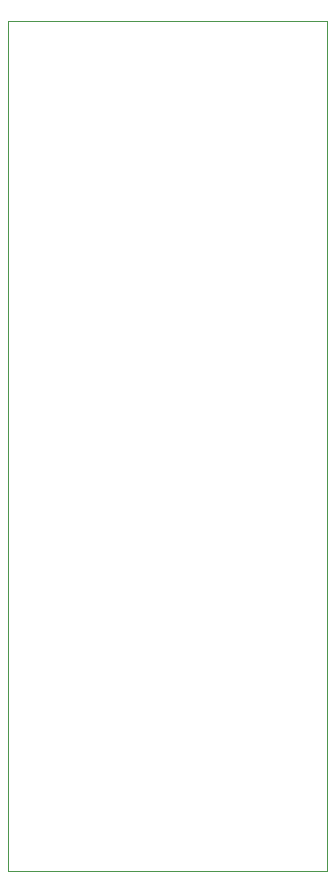
<source format=gbr>
%TF.GenerationSoftware,KiCad,Pcbnew,9.0.0*%
%TF.CreationDate,2025-06-13T23:26:38+05:30*%
%TF.ProjectId,MP3Player,4d503350-6c61-4796-9572-2e6b69636164,rev?*%
%TF.SameCoordinates,Original*%
%TF.FileFunction,Profile,NP*%
%FSLAX46Y46*%
G04 Gerber Fmt 4.6, Leading zero omitted, Abs format (unit mm)*
G04 Created by KiCad (PCBNEW 9.0.0) date 2025-06-13 23:26:38*
%MOMM*%
%LPD*%
G01*
G04 APERTURE LIST*
%TA.AperFunction,Profile*%
%ADD10C,0.050000*%
%TD*%
G04 APERTURE END LIST*
D10*
X147500000Y-83000000D02*
X147500000Y-140000000D01*
X174500000Y-75500000D02*
X147500000Y-75500000D01*
X147500000Y-147500000D02*
X174500000Y-147500000D01*
X174500000Y-147500000D02*
X174500000Y-75500000D01*
X147500000Y-75500000D02*
X147500000Y-83000000D01*
X147500000Y-140000000D02*
X147500000Y-147500000D01*
M02*

</source>
